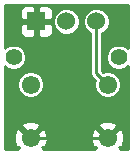
<source format=gbl>
G04 (created by PCBNEW (2013-05-31 BZR 4019)-stable) date 7/6/2014 3:12:14 PM*
%MOIN*%
G04 Gerber Fmt 3.4, Leading zero omitted, Abs format*
%FSLAX34Y34*%
G01*
G70*
G90*
G04 APERTURE LIST*
%ADD10C,0.00590551*%
%ADD11C,0.061*%
%ADD12C,0.055*%
%ADD13R,0.06X0.06*%
%ADD14C,0.06*%
%ADD15C,0.01*%
G04 APERTURE END LIST*
G54D10*
G54D11*
X16580Y-12514D03*
X16580Y-14286D03*
X14020Y-12514D03*
X14020Y-14286D03*
G54D12*
X13450Y-11600D03*
X16950Y-11600D03*
G54D13*
X14200Y-10400D03*
G54D14*
X15200Y-10400D03*
X16200Y-10400D03*
G54D15*
X14020Y-14286D02*
X16580Y-14286D01*
X16200Y-10400D02*
X16200Y-12134D01*
X16200Y-12134D02*
X16580Y-12514D01*
G54D10*
G36*
X17250Y-14650D02*
X17139Y-14650D01*
X17014Y-14650D01*
X17014Y-14650D01*
X16969Y-14604D01*
X17065Y-14576D01*
X17139Y-14368D01*
X17128Y-14148D01*
X17065Y-13995D01*
X17035Y-13986D01*
X17035Y-12423D01*
X16965Y-12256D01*
X16838Y-12128D01*
X16670Y-12059D01*
X16489Y-12058D01*
X16431Y-12082D01*
X16400Y-12051D01*
X16400Y-10804D01*
X16454Y-10781D01*
X16581Y-10655D01*
X16649Y-10489D01*
X16650Y-10310D01*
X16581Y-10145D01*
X16455Y-10018D01*
X16289Y-9950D01*
X16110Y-9949D01*
X15945Y-10018D01*
X15818Y-10144D01*
X15750Y-10310D01*
X15749Y-10489D01*
X15818Y-10654D01*
X15944Y-10781D01*
X16000Y-10804D01*
X16000Y-12134D01*
X16015Y-12210D01*
X16058Y-12275D01*
X16148Y-12365D01*
X16125Y-12423D01*
X16124Y-12604D01*
X16194Y-12771D01*
X16321Y-12899D01*
X16489Y-12968D01*
X16670Y-12969D01*
X16837Y-12899D01*
X16965Y-12772D01*
X17034Y-12604D01*
X17035Y-12423D01*
X17035Y-13986D01*
X16969Y-13967D01*
X16898Y-14037D01*
X16898Y-13896D01*
X16870Y-13800D01*
X16662Y-13726D01*
X16442Y-13737D01*
X16289Y-13800D01*
X16261Y-13896D01*
X16580Y-14215D01*
X16898Y-13896D01*
X16898Y-14037D01*
X16650Y-14286D01*
X16656Y-14291D01*
X16585Y-14362D01*
X16580Y-14356D01*
X16574Y-14362D01*
X16509Y-14297D01*
X16503Y-14291D01*
X16509Y-14286D01*
X16190Y-13967D01*
X16094Y-13995D01*
X16020Y-14203D01*
X16031Y-14423D01*
X16094Y-14576D01*
X16190Y-14604D01*
X16145Y-14650D01*
X16145Y-14650D01*
X15650Y-14650D01*
X15650Y-10310D01*
X15581Y-10145D01*
X15455Y-10018D01*
X15289Y-9950D01*
X15110Y-9949D01*
X14945Y-10018D01*
X14818Y-10144D01*
X14750Y-10310D01*
X14750Y-10350D01*
X14750Y-10149D01*
X14749Y-10050D01*
X14711Y-9958D01*
X14641Y-9887D01*
X14549Y-9849D01*
X14312Y-9850D01*
X14250Y-9912D01*
X14250Y-10350D01*
X14687Y-10350D01*
X14750Y-10287D01*
X14750Y-10149D01*
X14750Y-10350D01*
X14749Y-10489D01*
X14818Y-10654D01*
X14944Y-10781D01*
X15110Y-10849D01*
X15289Y-10850D01*
X15454Y-10781D01*
X15581Y-10655D01*
X15649Y-10489D01*
X15650Y-10310D01*
X15650Y-14650D01*
X14750Y-14650D01*
X14750Y-10650D01*
X14750Y-10512D01*
X14687Y-10450D01*
X14250Y-10450D01*
X14250Y-10887D01*
X14312Y-10950D01*
X14549Y-10950D01*
X14641Y-10912D01*
X14711Y-10841D01*
X14749Y-10749D01*
X14750Y-10650D01*
X14750Y-14650D01*
X14579Y-14650D01*
X14454Y-14650D01*
X14454Y-14650D01*
X14409Y-14604D01*
X14505Y-14576D01*
X14579Y-14368D01*
X14568Y-14148D01*
X14505Y-13995D01*
X14475Y-13986D01*
X14475Y-12423D01*
X14405Y-12256D01*
X14278Y-12128D01*
X14150Y-12075D01*
X14150Y-10887D01*
X14150Y-10450D01*
X14150Y-10350D01*
X14150Y-9912D01*
X14087Y-9850D01*
X13850Y-9849D01*
X13758Y-9887D01*
X13688Y-9958D01*
X13650Y-10050D01*
X13649Y-10149D01*
X13650Y-10287D01*
X13712Y-10350D01*
X14150Y-10350D01*
X14150Y-10450D01*
X13712Y-10450D01*
X13650Y-10512D01*
X13649Y-10650D01*
X13650Y-10749D01*
X13688Y-10841D01*
X13758Y-10912D01*
X13850Y-10950D01*
X14087Y-10950D01*
X14150Y-10887D01*
X14150Y-12075D01*
X14110Y-12059D01*
X13929Y-12058D01*
X13762Y-12128D01*
X13634Y-12255D01*
X13565Y-12423D01*
X13564Y-12604D01*
X13634Y-12771D01*
X13761Y-12899D01*
X13929Y-12968D01*
X14110Y-12969D01*
X14277Y-12899D01*
X14405Y-12772D01*
X14474Y-12604D01*
X14475Y-12423D01*
X14475Y-13986D01*
X14409Y-13967D01*
X14338Y-14037D01*
X14338Y-13896D01*
X14310Y-13800D01*
X14102Y-13726D01*
X13882Y-13737D01*
X13729Y-13800D01*
X13701Y-13896D01*
X14020Y-14215D01*
X14338Y-13896D01*
X14338Y-14037D01*
X14090Y-14286D01*
X14096Y-14291D01*
X14025Y-14362D01*
X14020Y-14356D01*
X14014Y-14362D01*
X13949Y-14297D01*
X13943Y-14291D01*
X13949Y-14286D01*
X13630Y-13967D01*
X13534Y-13995D01*
X13460Y-14203D01*
X13471Y-14423D01*
X13534Y-14576D01*
X13630Y-14604D01*
X13585Y-14650D01*
X13585Y-14650D01*
X13149Y-14650D01*
X13149Y-11900D01*
X13208Y-11960D01*
X13365Y-12024D01*
X13534Y-12025D01*
X13690Y-11960D01*
X13810Y-11841D01*
X13874Y-11684D01*
X13875Y-11515D01*
X13810Y-11359D01*
X13691Y-11239D01*
X13534Y-11175D01*
X13365Y-11174D01*
X13209Y-11239D01*
X13149Y-11299D01*
X13149Y-9849D01*
X17250Y-9849D01*
X17250Y-11299D01*
X17191Y-11239D01*
X17034Y-11175D01*
X16865Y-11174D01*
X16709Y-11239D01*
X16589Y-11358D01*
X16525Y-11515D01*
X16524Y-11684D01*
X16589Y-11840D01*
X16708Y-11960D01*
X16865Y-12024D01*
X17034Y-12025D01*
X17190Y-11960D01*
X17250Y-11900D01*
X17250Y-14650D01*
X17250Y-14650D01*
G37*
G54D15*
X17250Y-14650D02*
X17139Y-14650D01*
X17014Y-14650D01*
X17014Y-14650D01*
X16969Y-14604D01*
X17065Y-14576D01*
X17139Y-14368D01*
X17128Y-14148D01*
X17065Y-13995D01*
X17035Y-13986D01*
X17035Y-12423D01*
X16965Y-12256D01*
X16838Y-12128D01*
X16670Y-12059D01*
X16489Y-12058D01*
X16431Y-12082D01*
X16400Y-12051D01*
X16400Y-10804D01*
X16454Y-10781D01*
X16581Y-10655D01*
X16649Y-10489D01*
X16650Y-10310D01*
X16581Y-10145D01*
X16455Y-10018D01*
X16289Y-9950D01*
X16110Y-9949D01*
X15945Y-10018D01*
X15818Y-10144D01*
X15750Y-10310D01*
X15749Y-10489D01*
X15818Y-10654D01*
X15944Y-10781D01*
X16000Y-10804D01*
X16000Y-12134D01*
X16015Y-12210D01*
X16058Y-12275D01*
X16148Y-12365D01*
X16125Y-12423D01*
X16124Y-12604D01*
X16194Y-12771D01*
X16321Y-12899D01*
X16489Y-12968D01*
X16670Y-12969D01*
X16837Y-12899D01*
X16965Y-12772D01*
X17034Y-12604D01*
X17035Y-12423D01*
X17035Y-13986D01*
X16969Y-13967D01*
X16898Y-14037D01*
X16898Y-13896D01*
X16870Y-13800D01*
X16662Y-13726D01*
X16442Y-13737D01*
X16289Y-13800D01*
X16261Y-13896D01*
X16580Y-14215D01*
X16898Y-13896D01*
X16898Y-14037D01*
X16650Y-14286D01*
X16656Y-14291D01*
X16585Y-14362D01*
X16580Y-14356D01*
X16574Y-14362D01*
X16509Y-14297D01*
X16503Y-14291D01*
X16509Y-14286D01*
X16190Y-13967D01*
X16094Y-13995D01*
X16020Y-14203D01*
X16031Y-14423D01*
X16094Y-14576D01*
X16190Y-14604D01*
X16145Y-14650D01*
X16145Y-14650D01*
X15650Y-14650D01*
X15650Y-10310D01*
X15581Y-10145D01*
X15455Y-10018D01*
X15289Y-9950D01*
X15110Y-9949D01*
X14945Y-10018D01*
X14818Y-10144D01*
X14750Y-10310D01*
X14750Y-10350D01*
X14750Y-10149D01*
X14749Y-10050D01*
X14711Y-9958D01*
X14641Y-9887D01*
X14549Y-9849D01*
X14312Y-9850D01*
X14250Y-9912D01*
X14250Y-10350D01*
X14687Y-10350D01*
X14750Y-10287D01*
X14750Y-10149D01*
X14750Y-10350D01*
X14749Y-10489D01*
X14818Y-10654D01*
X14944Y-10781D01*
X15110Y-10849D01*
X15289Y-10850D01*
X15454Y-10781D01*
X15581Y-10655D01*
X15649Y-10489D01*
X15650Y-10310D01*
X15650Y-14650D01*
X14750Y-14650D01*
X14750Y-10650D01*
X14750Y-10512D01*
X14687Y-10450D01*
X14250Y-10450D01*
X14250Y-10887D01*
X14312Y-10950D01*
X14549Y-10950D01*
X14641Y-10912D01*
X14711Y-10841D01*
X14749Y-10749D01*
X14750Y-10650D01*
X14750Y-14650D01*
X14579Y-14650D01*
X14454Y-14650D01*
X14454Y-14650D01*
X14409Y-14604D01*
X14505Y-14576D01*
X14579Y-14368D01*
X14568Y-14148D01*
X14505Y-13995D01*
X14475Y-13986D01*
X14475Y-12423D01*
X14405Y-12256D01*
X14278Y-12128D01*
X14150Y-12075D01*
X14150Y-10887D01*
X14150Y-10450D01*
X14150Y-10350D01*
X14150Y-9912D01*
X14087Y-9850D01*
X13850Y-9849D01*
X13758Y-9887D01*
X13688Y-9958D01*
X13650Y-10050D01*
X13649Y-10149D01*
X13650Y-10287D01*
X13712Y-10350D01*
X14150Y-10350D01*
X14150Y-10450D01*
X13712Y-10450D01*
X13650Y-10512D01*
X13649Y-10650D01*
X13650Y-10749D01*
X13688Y-10841D01*
X13758Y-10912D01*
X13850Y-10950D01*
X14087Y-10950D01*
X14150Y-10887D01*
X14150Y-12075D01*
X14110Y-12059D01*
X13929Y-12058D01*
X13762Y-12128D01*
X13634Y-12255D01*
X13565Y-12423D01*
X13564Y-12604D01*
X13634Y-12771D01*
X13761Y-12899D01*
X13929Y-12968D01*
X14110Y-12969D01*
X14277Y-12899D01*
X14405Y-12772D01*
X14474Y-12604D01*
X14475Y-12423D01*
X14475Y-13986D01*
X14409Y-13967D01*
X14338Y-14037D01*
X14338Y-13896D01*
X14310Y-13800D01*
X14102Y-13726D01*
X13882Y-13737D01*
X13729Y-13800D01*
X13701Y-13896D01*
X14020Y-14215D01*
X14338Y-13896D01*
X14338Y-14037D01*
X14090Y-14286D01*
X14096Y-14291D01*
X14025Y-14362D01*
X14020Y-14356D01*
X14014Y-14362D01*
X13949Y-14297D01*
X13943Y-14291D01*
X13949Y-14286D01*
X13630Y-13967D01*
X13534Y-13995D01*
X13460Y-14203D01*
X13471Y-14423D01*
X13534Y-14576D01*
X13630Y-14604D01*
X13585Y-14650D01*
X13585Y-14650D01*
X13149Y-14650D01*
X13149Y-11900D01*
X13208Y-11960D01*
X13365Y-12024D01*
X13534Y-12025D01*
X13690Y-11960D01*
X13810Y-11841D01*
X13874Y-11684D01*
X13875Y-11515D01*
X13810Y-11359D01*
X13691Y-11239D01*
X13534Y-11175D01*
X13365Y-11174D01*
X13209Y-11239D01*
X13149Y-11299D01*
X13149Y-9849D01*
X17250Y-9849D01*
X17250Y-11299D01*
X17191Y-11239D01*
X17034Y-11175D01*
X16865Y-11174D01*
X16709Y-11239D01*
X16589Y-11358D01*
X16525Y-11515D01*
X16524Y-11684D01*
X16589Y-11840D01*
X16708Y-11960D01*
X16865Y-12024D01*
X17034Y-12025D01*
X17190Y-11960D01*
X17250Y-11900D01*
X17250Y-14650D01*
M02*

</source>
